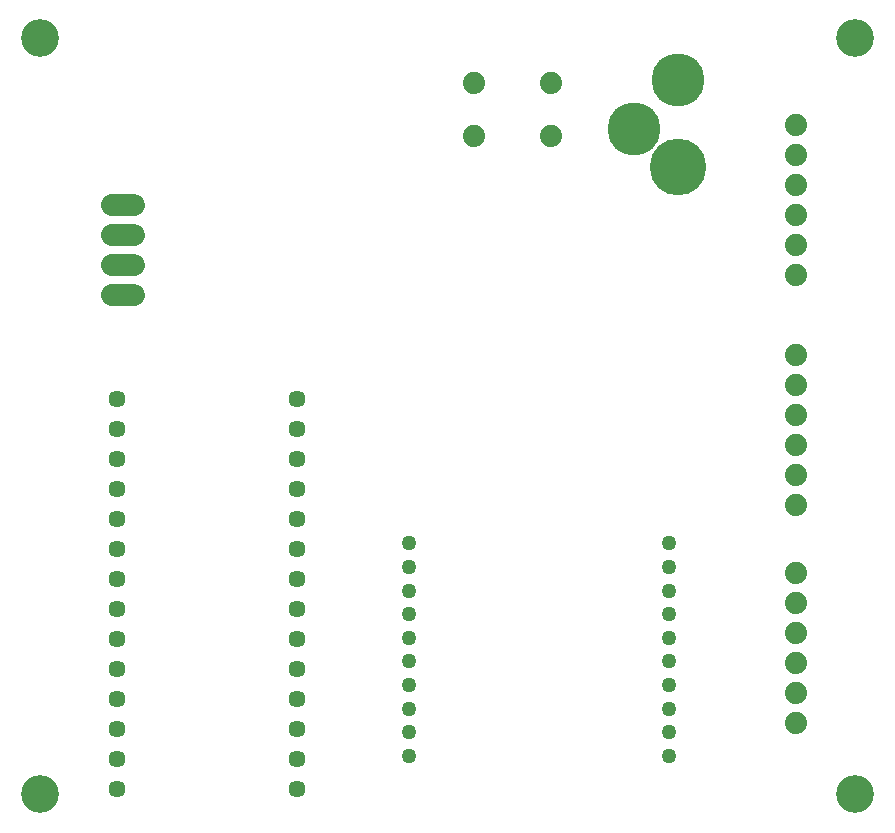
<source format=gbr>
G04 EAGLE Gerber RS-274X export*
G75*
%MOMM*%
%FSLAX34Y34*%
%LPD*%
%INSoldermask Bottom*%
%IPPOS*%
%AMOC8*
5,1,8,0,0,1.08239X$1,22.5*%
G01*
%ADD10C,3.200000*%
%ADD11C,1.447800*%
%ADD12C,1.270000*%
%ADD13C,1.879600*%
%ADD14C,1.879600*%
%ADD15C,4.800000*%
%ADD16C,4.495800*%


D10*
X30000Y670000D03*
X720000Y670000D03*
X720000Y30000D03*
X30000Y30000D03*
D11*
X247800Y34400D03*
X247800Y59800D03*
X247800Y85200D03*
X247800Y110600D03*
X247800Y136000D03*
X247800Y161400D03*
X247800Y186800D03*
X247800Y212200D03*
X247800Y237600D03*
X247800Y263000D03*
X247800Y288400D03*
X247800Y313800D03*
X247800Y339200D03*
X247800Y364600D03*
X95400Y364600D03*
X95400Y339200D03*
X95400Y313800D03*
X95400Y288400D03*
X95400Y263000D03*
X95400Y237600D03*
X95400Y212200D03*
X95400Y186800D03*
X95400Y161400D03*
X95400Y136000D03*
X95400Y110600D03*
X95400Y85200D03*
X95400Y59800D03*
X95400Y34400D03*
D12*
X342500Y242400D03*
X342500Y222400D03*
X342500Y202400D03*
X342500Y182400D03*
X342500Y162400D03*
X342500Y142400D03*
X342500Y122400D03*
X342500Y102400D03*
X342500Y82400D03*
X342500Y62400D03*
X562500Y62400D03*
X562500Y82400D03*
X562500Y102400D03*
X562500Y122400D03*
X562500Y142400D03*
X562500Y162400D03*
X562500Y182400D03*
X562500Y202400D03*
X562500Y222400D03*
X562500Y242400D03*
D13*
X670000Y470000D03*
X670000Y495400D03*
X670000Y520800D03*
X670000Y546200D03*
X670000Y571600D03*
X670000Y597000D03*
X670000Y275000D03*
X670000Y300400D03*
X670000Y325800D03*
X670000Y351200D03*
X670000Y376600D03*
X670000Y402000D03*
X670000Y90000D03*
X670000Y115400D03*
X670000Y140800D03*
X670000Y166200D03*
X670000Y191600D03*
X670000Y217000D03*
D14*
X109398Y452500D02*
X90602Y452500D01*
X90602Y477900D02*
X109398Y477900D01*
X109398Y503300D02*
X90602Y503300D01*
X90602Y528700D02*
X109398Y528700D01*
D15*
X570000Y561222D03*
D16*
X569746Y634430D03*
X532384Y593000D03*
D13*
X397488Y632606D03*
X462512Y632606D03*
X397488Y587394D03*
X462512Y587394D03*
M02*

</source>
